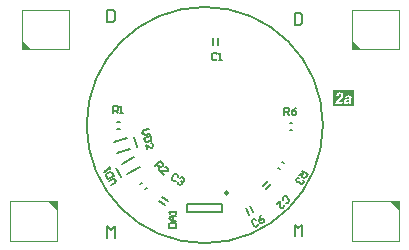
<source format=gto>
G04*
G04 #@! TF.GenerationSoftware,Altium Limited,Altium Designer,20.1.8 (145)*
G04*
G04 Layer_Color=16777215*
%FSTAX43Y43*%
%MOMM*%
G71*
G04*
G04 #@! TF.SameCoordinates,E683AD83-98AB-4380-AA0D-37E4A2E561CE*
G04*
G04*
G04 #@! TF.FilePolarity,Positive*
G04*
G01*
G75*
%ADD10C,0.150*%
%ADD11C,0.250*%
%ADD12C,0.100*%
%ADD13C,0.200*%
G36*
X0092945Y0091072D02*
Y0090402D01*
X0092915D01*
X0092243Y0091074D01*
X0092943D01*
X0092945Y0091072D01*
D02*
G37*
G36*
X0090703Y0104034D02*
X0090003D01*
X0090001Y0104036D01*
Y0104706D01*
X0090031D01*
X0090703Y0104034D01*
D02*
G37*
G36*
X0121897Y0091072D02*
Y0090402D01*
X0121867D01*
X0121195Y0091074D01*
X0121895D01*
X0121897Y0091072D01*
D02*
G37*
G36*
X0118655Y0104034D02*
X0117955D01*
X0117953Y0104036D01*
Y0104706D01*
X0117983D01*
X0118655Y0104034D01*
D02*
G37*
G36*
X0118078Y0099129D02*
X0116299D01*
Y0100512D01*
X0118078D01*
Y0099129D01*
D02*
G37*
%LPC*%
G36*
X0116907Y0100312D02*
X0116894D01*
X0116872Y0100311D01*
X011685Y010031D01*
X0116811Y0100301D01*
X0116776Y010029D01*
X0116761Y0100283D01*
X0116747Y0100276D01*
X0116733Y0100269D01*
X0116722Y0100262D01*
X0116713Y0100257D01*
X0116706Y0100251D01*
X0116699Y0100247D01*
X0116695Y0100243D01*
X0116692Y0100242D01*
X011669Y010024D01*
X0116677Y0100226D01*
X0116663Y0100211D01*
X011664Y0100179D01*
X0116622Y0100144D01*
X0116609Y0100111D01*
X0116603Y0100096D01*
X0116599Y0100082D01*
X0116596Y010007D01*
X0116592Y0100058D01*
X0116591Y0100049D01*
X0116589Y0100042D01*
X0116588Y0100038D01*
Y0100036D01*
X0116771Y010001D01*
X0116778Y010004D01*
X0116786Y0100065D01*
X0116794Y0100086D01*
X0116803Y0100103D01*
X011681Y0100115D01*
X0116815Y0100124D01*
X0116819Y0100129D01*
X0116821Y0100131D01*
X0116833Y0100142D01*
X0116847Y010015D01*
X011686Y0100157D01*
X0116872Y0100161D01*
X0116883Y0100164D01*
X0116891Y0100165D01*
X0116898D01*
X0116914Y0100164D01*
X0116928Y0100161D01*
X011694Y0100156D01*
X0116951Y010015D01*
X0116959Y0100144D01*
X0116965Y0100139D01*
X0116969Y0100136D01*
X0116971Y0100135D01*
X011698Y0100122D01*
X0116987Y010011D01*
X0116993Y0100096D01*
X0116995Y0100083D01*
X0116998Y0100072D01*
X0117Y0100064D01*
Y0100058D01*
Y0100056D01*
X0116998Y0100045D01*
X0116997Y0100032D01*
X0116994Y0100021D01*
X0116991Y010001D01*
X0116987Y0100002D01*
X0116984Y0099995D01*
X0116983Y0099989D01*
X0116982Y0099988D01*
X0116975Y0099974D01*
X0116965Y0099959D01*
X0116955Y0099943D01*
X0116944Y0099929D01*
X0116934Y0099917D01*
X0116926Y0099907D01*
X0116921Y0099902D01*
X0116919Y0099899D01*
X0116914Y0099893D01*
X0116907Y0099887D01*
X011689Y0099868D01*
X0116869Y0099849D01*
X0116848Y0099828D01*
X0116829Y0099809D01*
X0116812Y0099794D01*
X0116807Y0099787D01*
X0116801Y0099783D01*
X0116799Y009978D01*
X0116797Y0099778D01*
X0116774Y0099756D01*
X0116753Y0099735D01*
X0116733Y0099716D01*
X0116715Y0099698D01*
X0116699Y0099683D01*
X0116685Y0099667D01*
X0116671Y0099655D01*
X011666Y0099642D01*
X011665Y0099633D01*
X0116642Y0099623D01*
X0116635Y0099616D01*
X0116629Y0099611D01*
X0116622Y0099602D01*
X011662Y0099599D01*
X0116603Y0099579D01*
X0116588Y0099558D01*
X0116574Y0099538D01*
X0116561Y009952D01*
X0116552Y0099505D01*
X0116545Y0099493D01*
X0116541Y0099484D01*
X0116539Y0099483D01*
Y0099482D01*
X0116528Y0099458D01*
X011652Y0099433D01*
X0116513Y0099411D01*
X0116507Y009939D01*
X0116503Y0099373D01*
X01165Y009936D01*
Y0099354D01*
X0116499Y009935D01*
Y0099347D01*
X0117183D01*
X0117081D01*
X0117118Y0099519D01*
X0116785D01*
X0116804Y0099543D01*
X0116812Y0099554D01*
X0116821Y0099563D01*
X0116828Y009957D01*
X0116833Y0099576D01*
X0116836Y009958D01*
X0116837Y0099581D01*
X0116851Y0099595D01*
X0116868Y0099612D01*
X0116887Y009963D01*
X0116907Y0099648D01*
X0116925Y0099666D01*
X011694Y009968D01*
X0116946Y0099685D01*
X011695Y0099688D01*
X0116952Y0099691D01*
X0116954Y0099692D01*
X0116984Y0099721D01*
X0117011Y0099746D01*
X0117033Y0099769D01*
X0117051Y0099787D01*
X0117065Y0099801D01*
X0117075Y009981D01*
X011708Y0099817D01*
X0117081Y0099819D01*
X0117101Y0099842D01*
X0117116Y0099864D01*
X011713Y0099885D01*
X0117141Y0099903D01*
X0117149Y0099918D01*
X0117155Y0099929D01*
X0117158Y0099936D01*
X0117159Y0099939D01*
X0117167Y0099961D01*
X0117173Y0099982D01*
X0117177Y0100002D01*
X011718Y0100018D01*
X0117181Y0100034D01*
X0117183Y0100045D01*
Y0100054D01*
X0117181Y0100075D01*
X011718Y0100095D01*
X011717Y0100131D01*
X0117158Y0100162D01*
X0117144Y0100189D01*
X0117137Y01002D01*
X011713Y010021D01*
X0117123Y0100218D01*
X0117118Y0100226D01*
X0117112Y0100232D01*
X0117108Y0100236D01*
X0117106Y0100237D01*
X0117105Y0100239D01*
X011709Y0100251D01*
X0117075Y0100264D01*
X0117058Y0100273D01*
X011704Y0100282D01*
X0117005Y0100294D01*
X0116971Y0100303D01*
X0116955Y0100307D01*
X0116941Y0100308D01*
X0116928Y010031D01*
X0116916Y0100311D01*
X0116907Y0100312D01*
D02*
G37*
G36*
X0117627Y0100058D02*
X0117614D01*
X0117568Y0100056D01*
X0117527Y010005D01*
X0117509Y0100046D01*
X0117492Y0100042D01*
X0117475Y0100038D01*
X0117461Y0100032D01*
X0117449Y0100027D01*
X0117438Y0100022D01*
X0117428Y0100018D01*
X011742Y0100014D01*
X0117414Y0100011D01*
X011741Y0100009D01*
X0117407Y0100006D01*
X0117406D01*
X011738Y0099985D01*
X0117356Y0099961D01*
X0117338Y0099936D01*
X0117323Y0099914D01*
X0117312Y0099893D01*
X0117303Y0099877D01*
X0117301Y009987D01*
X0117299Y0099866D01*
X0117298Y0099863D01*
Y0099862D01*
X0117481Y0099846D01*
X0117485Y0099859D01*
X0117491Y009987D01*
X0117498Y009988D01*
X0117504Y0099888D01*
X011751Y0099895D01*
X0117516Y0099899D01*
X0117518Y0099902D01*
X011752Y0099903D01*
X0117532Y009991D01*
X0117545Y0099916D01*
X0117559Y0099918D01*
X0117571Y0099921D01*
X0117582Y0099923D01*
X0117592Y0099924D01*
X01176D01*
X0117617Y0099923D01*
X0117632Y0099921D01*
X0117643Y0099917D01*
X0117654Y0099914D01*
X0117663Y009991D01*
X0117668Y0099906D01*
X0117671Y0099905D01*
X0117672Y0099903D01*
X0117681Y0099895D01*
X0117686Y0099887D01*
X0117692Y0099878D01*
X0117694Y009987D01*
X0117696Y0099863D01*
X0117697Y0099859D01*
Y0099855D01*
Y0099853D01*
Y0099844D01*
X0117696Y0099834D01*
X0117692Y0099813D01*
X0117689Y0099805D01*
X0117686Y0099798D01*
X0117685Y0099792D01*
Y0099791D01*
X0117675Y0099788D01*
X0117664Y0099785D01*
X0117651Y0099783D01*
X0117638Y009978D01*
X0117608Y0099774D01*
X0117578Y0099771D01*
X011755Y0099767D01*
X0117538Y0099766D01*
X0117528Y0099764D01*
X0117518D01*
X0117511Y0099763D01*
X0117506D01*
X0117477Y009976D01*
X011745Y0099756D01*
X0117427Y0099752D01*
X0117405Y0099746D01*
X0117384Y0099741D01*
X0117366Y0099735D01*
X0117349Y0099728D01*
X0117335Y0099723D01*
X0117323Y0099716D01*
X0117312Y009971D01*
X0117303Y0099705D01*
X0117296Y0099701D01*
X0117291Y0099697D01*
X0117287Y0099694D01*
X0117285Y0099692D01*
X0117284Y0099691D01*
X0117273Y009968D01*
X0117265Y0099667D01*
X0117249Y0099641D01*
X0117238Y0099615D01*
X0117231Y0099588D01*
X0117226Y0099566D01*
X0117224Y0099556D01*
Y0099548D01*
X0117223Y0099541D01*
Y0099531D01*
X0117226Y00995D01*
X0117231Y009947D01*
X0117241Y0099446D01*
X0117251Y0099425D01*
X011726Y0099407D01*
X011727Y0099394D01*
X0117276Y0099387D01*
X0117278Y0099384D01*
X0117301Y0099366D01*
X0117324Y0099353D01*
X0117349Y0099343D01*
X0117371Y0099336D01*
X0117391Y0099332D01*
X0117407Y009933D01*
X0117413Y0099329D01*
X0117878D01*
Y0099888D01*
Y0099887D01*
X0117875Y00999D01*
X0117868Y0099925D01*
X0117857Y0099948D01*
X0117846Y0099967D01*
X0117833Y0099984D01*
X0117822Y0099995D01*
X0117815Y0100002D01*
X0117814Y0100004D01*
X0117812D01*
X01178Y0100014D01*
X0117786Y0100022D01*
X0117754Y0100036D01*
X0117722Y0100046D01*
X0117689Y0100052D01*
X011766Y0100056D01*
X0117647Y0100057D01*
X0117636D01*
X0117627Y0100058D01*
D02*
G37*
%LPD*%
G36*
X0117654Y0099645D02*
X0117649Y0099622D01*
X0117643Y0099601D01*
X0117638Y0099583D01*
X0117632Y0099569D01*
X0117628Y0099558D01*
X0117624Y0099551D01*
X0117622Y0099545D01*
X0117621Y0099544D01*
X0117614Y0099531D01*
X0117604Y0099522D01*
X0117595Y0099512D01*
X0117586Y0099505D01*
X0117578Y0099498D01*
X0117571Y0099494D01*
X0117565Y0099491D01*
X0117564Y009949D01*
X011755Y0099483D01*
X0117536Y0099479D01*
X0117522Y0099475D01*
X011751Y0099473D01*
X01175Y0099472D01*
X0117492Y009947D01*
X0117485D01*
X0117471Y0099472D01*
X0117459Y0099475D01*
X0117448Y0099477D01*
X0117439Y0099482D01*
X0117432Y0099486D01*
X0117427Y009949D01*
X0117424Y0099491D01*
X0117423Y0099493D01*
X0117414Y0099501D01*
X0117409Y0099511D01*
X0117405Y009952D01*
X0117402Y0099529D01*
X01174Y0099537D01*
X0117399Y0099543D01*
Y0099547D01*
Y0099548D01*
X01174Y0099562D01*
X0117403Y0099574D01*
X0117409Y0099586D01*
X0117414Y0099595D01*
X011742Y0099602D01*
X0117425Y0099608D01*
X0117428Y0099611D01*
X011743Y0099612D01*
X0117439Y0099617D01*
X011745Y0099623D01*
X0117463Y0099629D01*
X0117477Y0099634D01*
X0117507Y0099642D01*
X0117538Y0099649D01*
X0117567Y0099655D01*
X0117579Y0099658D01*
X0117592Y0099659D01*
X01176Y009966D01*
X0117608D01*
X0117613Y0099662D01*
X0117614D01*
X0117633Y0099665D01*
X0117647Y0099669D01*
X0117653Y009967D01*
X0117657D01*
X0117658Y0099672D01*
X011766D01*
X0117654Y0099645D01*
D02*
G37*
G36*
X0117878Y0099329D02*
X0117421D01*
X0117442Y009933D01*
X0117461Y0099333D01*
X0117479Y0099337D01*
X0117496Y0099341D01*
X011751Y0099346D01*
X011752Y009935D01*
X0117527Y0099353D01*
X0117529Y0099354D01*
X0117549Y0099364D01*
X0117567Y0099376D01*
X0117584Y0099387D01*
X0117597Y0099398D01*
X0117608Y0099409D01*
X0117618Y0099418D01*
X0117624Y0099423D01*
X0117625Y0099425D01*
X0117628Y0099396D01*
X0117631Y0099383D01*
X0117632Y0099371D01*
X0117635Y0099361D01*
X0117638Y0099354D01*
X0117639Y0099348D01*
Y0099347D01*
X0117821D01*
X0117815Y0099366D01*
X0117812Y0099386D01*
X011781Y0099402D01*
X0117807Y0099416D01*
Y0099429D01*
X0117805Y0099437D01*
Y0099444D01*
Y0099446D01*
Y0099455D01*
X0117807Y0099468D01*
X011781Y0099494D01*
X0117814Y0099522D01*
X0117819Y0099551D01*
X0117823Y0099577D01*
X0117826Y0099588D01*
X0117828Y0099599D01*
X0117829Y0099608D01*
X011783Y0099613D01*
X0117832Y0099617D01*
Y0099619D01*
X0117837Y0099645D01*
X0117843Y009967D01*
X0117848Y0099692D01*
X0117853Y0099712D01*
X0117855Y0099728D01*
X0117858Y0099744D01*
X0117861Y0099758D01*
X0117864Y0099769D01*
X0117865Y0099778D01*
X0117868Y0099785D01*
Y0099792D01*
X0117869Y0099796D01*
X0117871Y0099803D01*
Y0099805D01*
X0117875Y0099831D01*
X0117876Y0099842D01*
Y0099852D01*
X0117878Y009986D01*
Y0099329D01*
D02*
G37*
D10*
X0115449Y0097554D02*
G03*
X0115449Y0097554I-001J0D01*
G01*
X0106949Y0090854D02*
X0106949Y0090154D01*
X0103949Y0090154D02*
X0103949Y0090854D01*
X0106949Y0090854D01*
X0103949Y0090154D02*
X0106949Y0090154D01*
X0099498Y009655D02*
X0099725Y0095705D01*
X0097992Y0095215D02*
X0099151Y0095525D01*
X0097747Y0096133D02*
X0098906Y0096443D01*
X009791Y0093919D02*
X0098347Y0093161D01*
X0098417Y009424D02*
X0099456Y009484D01*
X0098892Y0093418D02*
X0099931Y0094018D01*
X0108926Y0090489D02*
X0109226Y0089969D01*
X0109272Y0090689D02*
X0109572Y0090169D01*
X0101589Y0091081D02*
X0102109Y0090781D01*
X0101789Y0091427D02*
X0102309Y0091127D01*
X011037Y0092383D02*
X0110795Y0092808D01*
X0110653Y00921D02*
X0111078Y0092525D01*
X0106174Y0104329D02*
Y0104929D01*
X0106574Y0104329D02*
Y0104929D01*
X0097149Y0107254D02*
Y0106254D01*
X0097649D01*
X0097815Y0106421D01*
Y0107087D01*
X0097649Y0107254D01*
X0097149D01*
X0113049Y0107054D02*
Y0106054D01*
X0113549D01*
X0113715Y0106221D01*
Y0106887D01*
X0113549Y0107054D01*
X0113049D01*
X0097149Y0088029D02*
Y0089029D01*
X0097482Y0088695D01*
X0097815Y0089029D01*
Y0088029D01*
X0113049Y0088129D02*
Y0089129D01*
X0113382Y0088795D01*
X0113715Y0089129D01*
Y0088129D01*
X0102434Y0088861D02*
X0103034D01*
Y0089161D01*
X0102934Y0089261D01*
X0102534D01*
X0102434Y0089161D01*
Y0088861D01*
X0103034Y0089461D02*
X0102634D01*
X0102434Y0089661D01*
X0102634Y0089861D01*
X0103034D01*
X0102734D01*
Y0089461D01*
X0103034Y0090061D02*
Y0090261D01*
Y0090161D01*
X0102434D01*
X0102534Y0090061D01*
X0100703Y0097209D02*
X0100317Y0097106D01*
X0100176Y0096861D01*
X0100421Y0096719D01*
X0100807Y0096823D01*
X0100859Y009663D02*
X0100279Y0096475D01*
X0100357Y0096185D01*
X0100479Y0096114D01*
X0100866Y0096218D01*
X0100936Y009634D01*
X0100859Y009663D01*
X0100538Y0095509D02*
X0100434Y0095895D01*
X0100924Y0095613D01*
X0101021Y0095638D01*
X0101091Y0095761D01*
X010104Y0095954D01*
X0100917Y0096025D01*
X009753Y0092454D02*
X0097876Y0092654D01*
X0097949Y0092927D01*
X0097676Y0093D01*
X009733Y00928D01*
X009723Y0092974D02*
X0097749Y0093273D01*
X0097599Y0093533D01*
X0097463Y009357D01*
X0097116Y009337D01*
X009708Y0093233D01*
X009723Y0092974D01*
X0097449Y0093793D02*
X0097349Y0093966D01*
X0097399Y0093879D01*
X009688Y009358D01*
X0097016Y0093543D01*
X0112199Y0098429D02*
Y0099029D01*
X0112499D01*
X0112599Y0098929D01*
Y0098729D01*
X0112499Y0098629D01*
X0112199D01*
X0112399D02*
X0112599Y0098429D01*
X0113199Y0099029D02*
X0112999Y0098929D01*
X0112799Y0098729D01*
Y0098529D01*
X0112899Y0098429D01*
X0113099D01*
X0113199Y0098529D01*
Y0098629D01*
X0113099Y0098729D01*
X0112799D01*
X0113649Y0093679D02*
X0114168Y0093379D01*
X0114018Y0093119D01*
X0113882Y0093083D01*
X0113709Y0093183D01*
X0113672Y0093319D01*
X0113822Y0093579D01*
X0113722Y0093406D02*
X0113449Y0093333D01*
X0113782Y009291D02*
X0113819Y0092773D01*
X0113719Y00926D01*
X0113582Y0092563D01*
X0113495Y0092613D01*
X0113459Y009275D01*
X0113509Y0092836D01*
X0113459Y009275D01*
X0113322Y0092713D01*
X0113236Y0092763D01*
X0113199Y00929D01*
X0113299Y0093073D01*
X0113436Y009311D01*
X0101274Y0094054D02*
X0101698Y0094478D01*
X010191Y0094266D01*
X010191Y0094125D01*
X0101769Y0093983D01*
X0101627D01*
X0101415Y0094195D01*
X0101557Y0094054D02*
X0101557Y0093771D01*
X0101981Y0093347D02*
X0101698Y009363D01*
X0102264D01*
X0102334Y0093701D01*
X0102334Y0093842D01*
X0102193Y0093983D01*
X0102052D01*
X0097699Y0098554D02*
Y0099154D01*
X0097999D01*
X0098099Y0099054D01*
Y0098854D01*
X0097999Y0098754D01*
X0097699D01*
X0097899D02*
X0098099Y0098554D01*
X0098299D02*
X0098499D01*
X0098399D01*
Y0099154D01*
X0098299Y0099054D01*
X010977Y0089537D02*
X0109634Y0089573D01*
X0109461Y0089473D01*
X0109424Y0089337D01*
X0109624Y0088991D01*
X0109761Y0088954D01*
X0109934Y0089054D01*
X010997Y0089191D01*
X011024Y0089923D02*
X0110117Y0089737D01*
X0110044Y0089464D01*
X0110143Y008929D01*
X011028Y0089254D01*
X0110453Y0089354D01*
X011049Y008949D01*
X011044Y0089577D01*
X0110303Y0089614D01*
X0110044Y0089464D01*
X0103195Y0093187D02*
X0103159Y0093324D01*
X0102985Y0093423D01*
X0102849Y0093387D01*
X0102649Y0093041D01*
X0102686Y0092904D01*
X0102859Y0092804D01*
X0102995Y0092841D01*
X0103368Y0093087D02*
X0103505Y0093124D01*
X0103678Y0093024D01*
X0103715Y0092887D01*
X0103665Y00928D01*
X0103528Y0092764D01*
X0103442Y0092814D01*
X0103528Y0092764D01*
X0103565Y0092627D01*
X0103515Y0092541D01*
X0103378Y0092504D01*
X0103205Y0092604D01*
X0103168Y0092741D01*
X011232Y0090943D02*
X0112461Y0090943D01*
X0112602Y0091084D01*
Y0091226D01*
X011232Y0091508D01*
X0112178D01*
X0112037Y0091367D01*
Y0091226D01*
X0111542Y0090872D02*
X0111825Y0091155D01*
Y0090589D01*
X0111896Y0090519D01*
X0112037Y0090519D01*
X0112178Y009066D01*
Y0090801D01*
X0106474Y0103579D02*
X0106374Y0103679D01*
X0106174D01*
X0106074Y0103579D01*
Y0103179D01*
X0106174Y0103079D01*
X0106374D01*
X0106474Y0103179D01*
X0106674Y0103079D02*
X0106874D01*
X0106774D01*
Y0103679D01*
X0106674Y0103579D01*
D11*
X0107424Y0091804D02*
G03*
X0107424Y0091804I-0000125J0D01*
G01*
D12*
X0088989Y0087774D02*
X0092943Y0087773D01*
Y0091099D01*
X0088989Y0087774D02*
Y0091099D01*
X0092943D01*
X0090003Y0107335D02*
X0093957Y0107334D01*
X0090003Y0104009D02*
Y0107335D01*
X0093957Y0104009D02*
Y0107334D01*
X0090003Y0104009D02*
X0093957D01*
X0117941Y0087774D02*
X0121895Y0087773D01*
Y0091099D01*
X0117941Y0087774D02*
Y0091099D01*
X0121895D01*
X0117955Y0107335D02*
X0121909Y0107334D01*
X0117955Y0104009D02*
Y0107335D01*
X0121909Y0104009D02*
Y0107334D01*
X0117955Y0104009D02*
X0121909D01*
D13*
X0112674Y0097154D02*
X0112874Y0097154D01*
X0112674Y0097754D02*
X0112874D01*
X0111987Y0094439D02*
X0112161Y0094339D01*
X0111687Y0093919D02*
X0111861Y0093819D01*
X0099991Y0092545D02*
X0100133Y0092687D01*
X0100415Y0092121D02*
X0100557Y0092263D01*
X0098049Y0097854D02*
X0098249Y0097854D01*
X0098049Y0097254D02*
X0098249D01*
M02*

</source>
